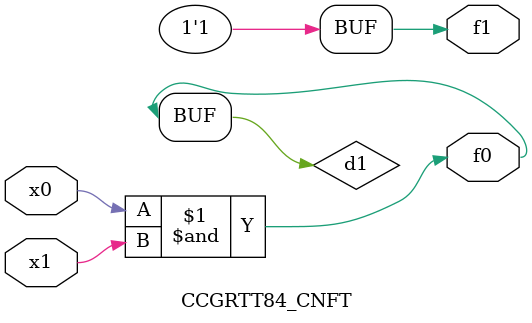
<source format=v>
module CCGRTT84_CNFT(
	input x0, x1,
	output f0, f1
);

	wire d1;

	assign f0 = d1;
	and (d1, x0, x1);
	assign f1 = 1'b1;
endmodule

</source>
